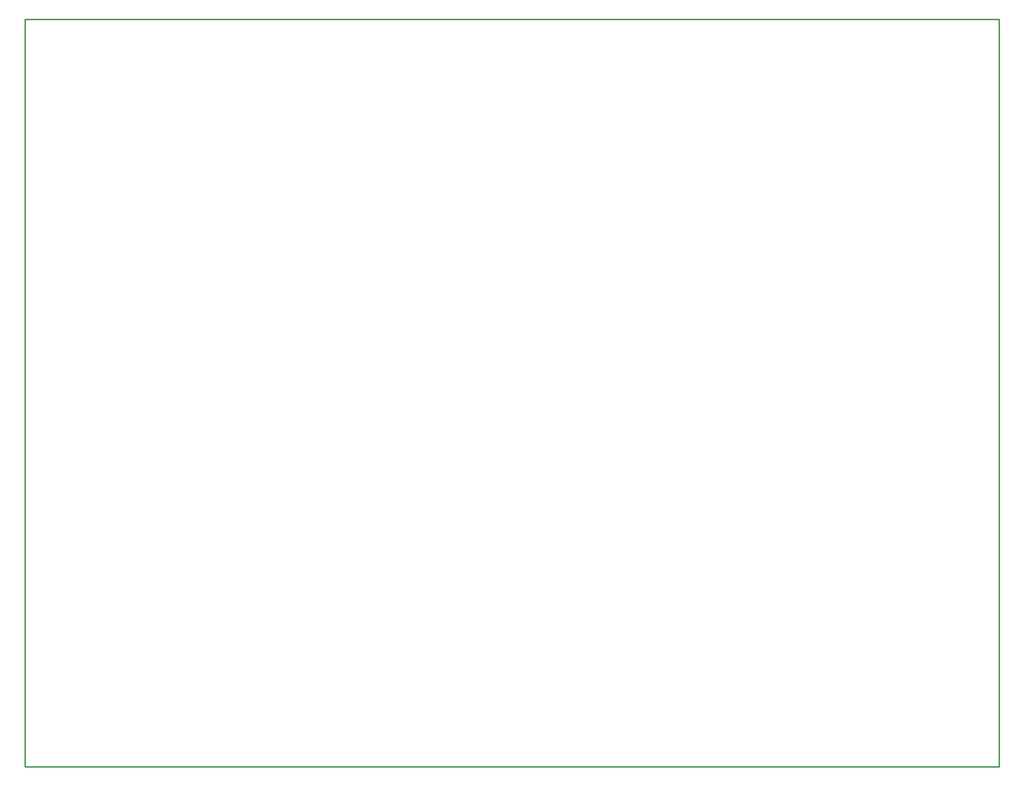
<source format=gm1>
%FSAX25Y25*%
%MOIN*%
G70*
G01*
G75*
G04 Layer_Color=7963671*
%ADD10C,0.00787*%
%ADD11C,0.03937*%
%ADD12C,0.02362*%
%ADD13C,0.10000*%
%ADD14C,0.00800*%
%ADD15C,0.03937*%
%ADD16C,0.00600*%
%ADD17C,0.05000*%
%ADD18C,0.01200*%
%ADD19C,0.02000*%
%ADD20C,0.06496*%
%ADD21R,0.06496X0.06496*%
%ADD22C,0.18110*%
%ADD23C,0.03600*%
%ADD24O,0.00984X0.05709*%
%ADD25R,0.03937X0.03740*%
G04:AMPARAMS|DCode=26|XSize=78.74mil|YSize=78.74mil|CornerRadius=19.69mil|HoleSize=0mil|Usage=FLASHONLY|Rotation=0.000|XOffset=0mil|YOffset=0mil|HoleType=Round|Shape=RoundedRectangle|*
%AMROUNDEDRECTD26*
21,1,0.07874,0.03937,0,0,0.0*
21,1,0.03937,0.07874,0,0,0.0*
1,1,0.03937,0.01969,-0.01969*
1,1,0.03937,-0.01969,-0.01969*
1,1,0.03937,-0.01969,0.01969*
1,1,0.03937,0.01969,0.01969*
%
%ADD26ROUNDEDRECTD26*%
%ADD27C,0.01000*%
%ADD28C,0.02500*%
%ADD29C,0.07874*%
%ADD30C,0.07096*%
%ADD31R,0.07096X0.07096*%
%ADD32C,0.18710*%
%ADD33O,0.01584X0.06309*%
%ADD34R,0.04537X0.04340*%
G04:AMPARAMS|DCode=35|XSize=84.74mil|YSize=84.74mil|CornerRadius=22.69mil|HoleSize=0mil|Usage=FLASHONLY|Rotation=0.000|XOffset=0mil|YOffset=0mil|HoleType=Round|Shape=RoundedRectangle|*
%AMROUNDEDRECTD35*
21,1,0.08474,0.03937,0,0,0.0*
21,1,0.03937,0.08474,0,0,0.0*
1,1,0.04537,0.01969,-0.01969*
1,1,0.04537,-0.01969,-0.01969*
1,1,0.04537,-0.01969,0.01969*
1,1,0.04537,0.01969,0.01969*
%
%ADD35ROUNDEDRECTD35*%
%ADD36C,0.00700*%
%ADD37C,0.01181*%
G54D27*
X0069200Y0153400D02*
Y0683400D01*
Y0153400D02*
X0759200D01*
X0069200Y0683400D02*
X0759200D01*
Y0153400D02*
Y0683400D01*
M02*

</source>
